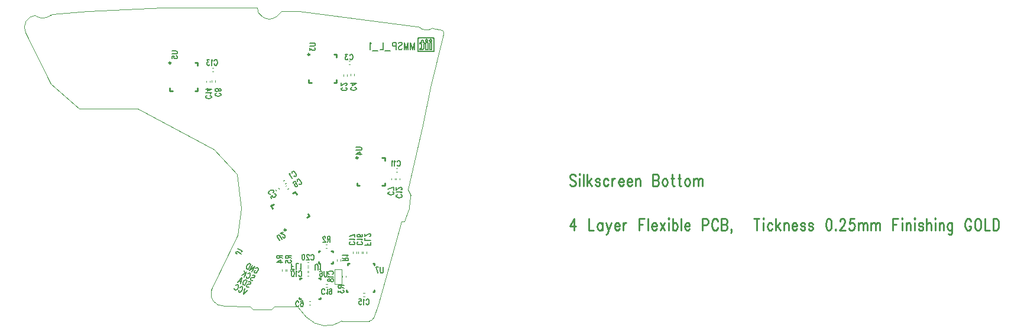
<source format=gbr>
*
*
G04 PADS 9.4.1 Build Number: 494907 generated Gerber (RS-274-X) file*
G04 PC Version=2.1*
*
%IN "MMSP_L_1.pcb"*%
*
%MOIN*%
*
%FSLAX35Y35*%
*
*
*
*
G04 PC Standard Apertures*
*
*
G04 Thermal Relief Aperture macro.*
%AMTER*
1,1,$1,0,0*
1,0,$1-$2,0,0*
21,0,$3,$4,0,0,45*
21,0,$3,$4,0,0,135*
%
*
*
G04 Annular Aperture macro.*
%AMANN*
1,1,$1,0,0*
1,0,$2,0,0*
%
*
*
G04 Odd Aperture macro.*
%AMODD*
1,1,$1,0,0*
1,0,$1-0.005,0,0*
%
*
*
G04 PC Custom Aperture Macros*
*
*
*
*
*
*
G04 PC Aperture Table*
*
%ADD010C,0.001*%
%ADD011C,0.00394*%
%ADD012C,0.00591*%
%ADD016C,0.01*%
%ADD017C,0.004*%
%ADD018C,0.00787*%
*
*
*
*
G04 PC Circuitry*
G04 Layer Name MMSP_L_1.pcb - circuitry*
%LPD*%
*
*
G04 PC Custom Flashes*
G04 Layer Name MMSP_L_1.pcb - flashes*
%LPD*%
*
*
G04 PC Circuitry*
G04 Layer Name MMSP_L_1.pcb - circuitry*
%LPD*%
*
G54D10*
G01X1084338Y879416D02*
G75*
G03X1091450Y870727I6795J-1694D01*
G01X1084337Y879411D02*
X1084469Y879661D01*
X1084449Y879640*
X1099338Y910590*
X1101338Y925590*
X1099000Y945000*
X1086000Y959000*
X1043000Y982000*
X1010098*
X994098Y996000*
X979772Y1024917*
X985282Y1034748D02*
G03X979774Y1024913I607J-6800D01*
G01X985288Y1034748D02*
X985335Y1034744D01*
X986024Y1034055*
X986021Y1034056D02*
G03X994094Y1034883I3373J6886D01*
G01X994091Y1034881D02*
X994565Y1035356D01*
X1015000Y1037000*
X1057000Y1039000*
X1110433*
G03X1113187Y1034052I5045J-433*
G01X1113191Y1034049D02*
G03X1121065I3937J4610D01*
G01X1121067Y1034051D02*
X1124016Y1037000D01*
X1134000*
X1200197Y1028298*
X1201353*
G03X1209173Y1027455I4431J4416*
G01X1209174D02*
X1209247Y1027530D01*
X1214758Y1026365*
X1215407Y1024033D02*
G03X1214757Y1026366I-2399J589D01*
G01X1215407Y1024032D02*
X1208068Y994095D01*
X1203663Y972687*
X1195353Y936537*
X1196877Y932972*
X1193429Y918301D02*
G03X1196877Y932946I-27976J14316D01*
G01X1193432Y918307D02*
X1191535D01*
X1188000Y905000*
X1178563Y871588*
X1175919Y863986*
X1173588Y862205D02*
G03X1175920Y863988I-330J2848D01*
G01X1173585Y862205D02*
X1158055D01*
X1138351Y864223D02*
G03X1158054Y862204I11040J10587D01*
G01X1138356Y864218D02*
X1132826Y870374D01*
X1120079*
X1118356Y868651*
X1108071*
X1106275Y870448*
X1091453Y870727*
G54D11*
X1124984Y941364D02*
X1125700Y941778D01*
X1125969Y939659D02*
X1126685Y940073D01*
X1138583Y889606D02*
X1139409D01*
X1138583Y887638D02*
X1139409D01*
X1188620Y948446D02*
X1189447D01*
X1188620Y946478D02*
X1189447D01*
X1190627Y942739D02*
Y941912D01*
X1188658Y942739D02*
Y941912D01*
X1084843Y1005157D02*
X1085669D01*
X1084843Y1003189D02*
X1085669D01*
X1083690Y997851D02*
Y997024D01*
X1081721Y997851D02*
Y997024D01*
X1170021Y878136D02*
X1170848D01*
X1170021Y876168D02*
X1170848D01*
X1169234Y901293D02*
Y900466D01*
X1167265Y901293D02*
Y900466D01*
X1166349Y901232D02*
Y900405D01*
X1164380Y901232D02*
Y900405D01*
X1161063Y1001378D02*
Y1000551D01*
X1159094Y1001378D02*
Y1000551D01*
X1161811Y1008898D02*
X1162638D01*
X1161811Y1006929D02*
X1162638D01*
X1164803Y1001575D02*
Y1000748D01*
X1162835Y1001575D02*
Y1000748D01*
X1121023Y935675D02*
X1120609Y936391D01*
X1122727Y936660D02*
X1122314Y937376D01*
X1126313Y938485D02*
X1127029Y938898D01*
X1127297Y936780D02*
X1128013Y937194D01*
X1187811Y942746D02*
Y941919D01*
X1185843Y942746D02*
Y941919D01*
X1086664Y997959D02*
Y997132D01*
X1084696Y997959D02*
Y997132D01*
X1140363Y871547D02*
X1139537D01*
X1140363Y873515D02*
X1139537D01*
X1139370Y890321D02*
X1138543D01*
X1139370Y892290D02*
X1138543D01*
X1171996Y901293D02*
Y900466D01*
X1170027Y901293D02*
Y900466D01*
X1157417Y897027D02*
Y896200D01*
X1155449Y897027D02*
Y896200D01*
X1149768Y903472D02*
X1148942D01*
X1149768Y905441D02*
X1148942D01*
X1158404Y886908D02*
Y887735D01*
X1160373Y886908D02*
Y887735D01*
X1124190Y890471D02*
Y891298D01*
X1126159Y890471D02*
Y891298D01*
X1126896Y890450D02*
Y891276D01*
X1128864Y890450D02*
Y891276D01*
X1149803Y881260D02*
X1148976D01*
X1149803Y883228D02*
X1148976D01*
X1138583Y895315D02*
X1139409D01*
X1138583Y893346D02*
X1139409D01*
G54D12*
X1201378Y1022047D02*
Y1022038D01*
X1201341Y1022039*
Y1022030*
X1201300*
Y1022022*
X1201266*
Y1022013*
X1201241*
Y1022005*
X1201224*
Y1021997*
X1201199*
Y1021988*
X1201183*
Y1021980*
X1201166*
Y1021972*
X1201149*
Y1021963*
X1201141*
Y1021955*
X1201124*
Y1021947*
X1201107*
Y1021938*
X1201099*
Y1021930*
X1201091*
Y1021922*
X1201074*
Y1021913*
X1201066*
Y1021905*
X1201057*
Y1021896*
X1201049*
Y1021888*
X1201040*
Y1021880*
X1201032*
Y1021871*
X1201024*
Y1021863*
X1201015*
Y1021855*
X1201007*
Y1021846*
X1200999*
Y1021838*
X1200990*
Y1021821*
X1200982*
Y1021813*
X1200974*
Y1021796*
X1200965*
Y1021788*
X1200957*
Y1021771*
X1200948*
Y1021754*
X1200940*
Y1021738*
X1200932*
Y1021721*
X1200923*
Y1021696*
X1200915*
Y1021671*
X1200907*
Y1021637*
X1200898*
Y1014848*
X1200907*
Y1014814*
X1200915*
Y1014789*
X1200923*
Y1014764*
X1200932*
Y1014747*
X1200940*
Y1014731*
X1200948*
Y1014714*
X1200957*
Y1014697*
X1200965*
Y1014689*
X1200974*
Y1014672*
X1200982*
Y1014664*
X1200990*
Y1014647*
X1200999*
Y1014639*
X1201007*
Y1014630*
X1201015*
Y1014622*
X1201024*
Y1014613*
X1201032*
Y1014605*
X1201040*
Y1014597*
X1201049*
Y1014588*
X1201057*
Y1014580*
X1201066*
Y1014572*
X1201074*
Y1014563*
X1201091*
Y1014555*
X1201099*
Y1014547*
X1201107*
Y1014538*
X1201124*
Y1014530*
X1201141*
Y1014521*
X1201149*
Y1014513*
X1201166*
Y1014505*
X1201183*
Y1014496*
X1201199*
Y1014488*
X1201224*
Y1014480*
X1201241*
Y1014471*
X1201275*
Y1014463*
X1201350*
Y1014455*
X1209987*
Y1021629*
X1209979*
Y1021671*
X1209971*
Y1021696*
X1209962*
Y1021721*
X1209954*
Y1021738*
X1209946*
Y1021754*
X1209937*
Y1021771*
X1209929*
Y1021788*
X1209920*
Y1021796*
X1209912*
Y1021813*
X1209904*
Y1021821*
X1209895*
Y1021830*
X1209887*
Y1021846*
X1209879*
Y1021855*
X1209870*
Y1021863*
X1209862*
Y1021871*
X1209854*
Y1021880*
X1209845*
Y1021888*
X1209837*
Y1021896*
X1209828*
Y1021905*
X1209820*
Y1021913*
X1209812*
Y1021922*
X1209795*
Y1021930*
X1209787*
Y1021938*
X1209770*
Y1021947*
X1209762*
Y1021955*
X1209745*
Y1021963*
X1209737*
Y1021972*
X1209720*
Y1021980*
X1209703*
Y1021988*
X1209686*
Y1021997*
X1209661*
Y1022005*
X1209645*
Y1022013*
X1209611*
Y1022022*
X1209586*
Y1022030*
X1209544*
Y1022039*
X1209508*
Y1022047*
X1201378*
X1201381Y1021930D02*
X1209517D01*
Y1021922*
X1209559*
Y1021913*
X1209592*
Y1021905*
X1209617*
Y1021896*
X1209634*
Y1021888*
X1209659*
Y1021880*
X1209667*
Y1021871*
X1209684*
Y1021863*
X1209701*
Y1021855*
X1209709*
Y1021846*
X1209726*
Y1021838*
X1209734*
Y1021830*
X1209743*
Y1021821*
X1209759*
Y1021813*
X1209768*
Y1021804*
X1209776*
Y1021796*
X1209784*
Y1021788*
X1209793*
Y1021779*
X1209801*
Y1021763*
X1209810*
Y1021754*
X1209818*
Y1021746*
X1209826*
Y1021729*
X1209835*
Y1021721*
X1209843*
Y1021704*
X1209851*
Y1021687*
X1209860*
Y1021662*
X1209868*
Y1021637*
X1209876*
Y1021604*
X1209885*
Y1014555*
X1201381*
Y1014563*
X1201339*
Y1014572*
X1201306*
Y1014580*
X1201281*
Y1014588*
X1201264*
Y1014597*
X1201239*
Y1014605*
X1201222*
Y1014613*
X1201214*
Y1014622*
X1201197*
Y1014630*
X1201180*
Y1014639*
X1201172*
Y1014647*
X1201164*
Y1014655*
X1201147*
Y1014664*
X1201139*
Y1014672*
X1201130*
Y1014680*
X1201122*
Y1014689*
X1201113*
Y1014697*
X1201105*
Y1014705*
X1201097*
Y1014722*
X1201088*
Y1014731*
X1201080*
Y1014739*
X1201072*
Y1014756*
X1201063*
Y1014764*
X1201055*
Y1014781*
X1201047*
Y1014797*
X1201038*
Y1014823*
X1201030*
Y1014848*
X1201021*
Y1014881*
X1201013*
Y1021604*
X1201021*
Y1021637*
X1201030*
Y1021662*
X1201038*
Y1021687*
X1201047*
Y1021704*
X1201055*
Y1021721*
X1201063*
Y1021729*
X1201072*
Y1021746*
X1201080*
Y1021754*
X1201088*
Y1021763*
X1201097*
Y1021779*
X1201105*
Y1021788*
X1201113*
Y1021796*
X1201122*
Y1021804*
X1201130*
Y1021813*
X1201139*
Y1021821*
X1201147*
Y1021830*
X1201164*
Y1021838*
X1201172*
Y1021846*
X1201180*
Y1021855*
X1201197*
Y1021863*
X1201214*
Y1021871*
X1201222*
Y1021880*
X1201239*
Y1021888*
X1201264*
Y1021896*
X1201281*
Y1021905*
X1201306*
Y1021913*
X1201339*
Y1021922*
X1201381*
Y1021930*
X1207501Y1019533D02*
Y1015386D01*
X1208655*
Y1019533*
X1207501*
X1205319D02*
Y1015386D01*
X1206472*
Y1019533*
X1205319*
X1207937Y1021248D02*
Y1021240D01*
X1207887*
Y1021231*
X1207853*
Y1021223*
X1207828*
Y1021215*
X1207812*
Y1021206*
X1207786*
X1207786D02*
Y1021198D01*
X1207786D02*
X1207770D01*
Y1021189*
X1207770D02*
X1207753D01*
X1207753D02*
Y1021181D01*
X1207736*
Y1021173*
X1207728*
Y1021164*
X1207711*
Y1021156*
X1207695*
Y1021148*
X1207686*
Y1021139*
X1207678*
Y1021131*
X1207661*
Y1021123*
X1207653*
Y1021114*
X1207644*
Y1021106*
X1207636*
Y1021098*
X1207628*
Y1021089*
X1207619*
Y1021081*
X1207611*
Y1021072*
X1207603*
Y1021064*
X1207594*
Y1021056*
X1207586*
Y1021047*
X1207577*
Y1021039*
X1207569*
Y1021031*
X1207561*
Y1021022*
X1207552*
Y1021006*
X1207544*
Y1020997*
X1207536*
Y1020980*
X1207527*
Y1020972*
X1207519*
Y1020955*
X1207511*
Y1020947*
X1207502*
Y1020930*
X1207494*
Y1020914*
X1207485*
Y1020897*
X1207477*
Y1020872*
X1207469*
Y1020855*
X1207460*
Y1020830*
X1207452*
Y1020797*
X1207444*
Y1020755*
X1207435*
Y1020529*
X1207444*
Y1020487*
X1207452*
Y1020454*
X1207460*
Y1020429*
X1207469*
Y1020404*
X1207477*
Y1020387*
X1207485*
Y1020370*
X1207494*
Y1020353*
X1207502*
Y1020337*
X1207511*
Y1020320*
X1207519*
Y1020303*
X1207527*
Y1020295*
X1207536*
Y1020286*
X1207544*
Y1020270*
X1207552*
Y1020261*
X1207561*
Y1020253*
X1207569*
Y1020236*
X1207577*
Y1020228*
X1207586*
Y1020220*
X1207594*
Y1020211*
X1207603*
Y1020203*
X1207611*
Y1020194*
X1207619*
Y1020186*
X1207628*
Y1020178*
X1207636*
Y1020169*
X1207644*
Y1020161*
X1207661*
Y1020153*
X1207669*
Y1020144*
X1207678*
Y1020136*
X1207695*
Y1020128*
X1207703*
Y1020119*
X1207720*
Y1020111*
X1207728*
Y1020102*
X1207745*
Y1020094*
X1207761*
Y1020086*
X1207778*
Y1020077*
X1207795*
Y1020069*
X1207820*
Y1020061*
X1207837*
Y1020052*
X1207870*
Y1020044*
X1207904*
Y1020036*
X1207954*
Y1020027*
X1208113*
Y1020036*
X1208171*
Y1020044*
X1208205*
Y1020052*
X1208230*
Y1020061*
X1208255*
Y1020069*
X1208271*
Y1020077*
X1208297*
Y1020086*
X1208313*
Y1020094*
X1208322*
Y1020102*
X1208338*
Y1020111*
X1208355*
Y1020119*
X1208363*
Y1020128*
X1208380*
Y1020136*
X1208389*
Y1020144*
X1208405*
Y1020153*
X1208414*
Y1020161*
X1208422*
Y1020169*
X1208430*
Y1020178*
X1208439*
Y1020186*
X1208447*
Y1020194*
X1208455*
Y1020203*
X1208464*
Y1020211*
X1208472*
Y1020220*
X1208481*
Y1020228*
X1208489*
Y1020236*
X1208497*
Y1020245*
X1208506*
Y1020253*
X1208514*
Y1020261*
X1208522*
Y1020278*
X1208531*
Y1020286*
X1208539*
Y1020303*
X1208547*
Y1020312*
X1208556*
Y1020328*
X1208564*
Y1020337*
X1208572*
Y1020353*
X1208581*
Y1020370*
X1208589*
Y1020395*
X1208598*
Y1020412*
X1208606*
Y1020437*
X1208614*
Y1020462*
X1208623*
Y1020495*
X1208631*
Y1020546*
X1208639*
Y1020738*
X1208631*
Y1020788*
X1208623*
Y1020822*
X1208614*
Y1020847*
X1208606*
Y1020872*
X1208598*
Y1020888*
X1208589*
Y1020905*
X1208581*
Y1020922*
X1208572*
Y1020939*
X1208564*
Y1020955*
X1208556*
Y1020964*
X1208547*
Y1020980*
X1208539*
Y1020989*
X1208531*
Y1021006*
X1208522*
Y1021014*
X1208514*
Y1021022*
X1208506*
Y1021039*
X1208497*
Y1021047*
X1208489*
Y1021056*
X1208481*
Y1021064*
X1208472*
Y1021072*
X1208464*
Y1021081*
X1208455*
Y1021089*
X1208447*
Y1021098*
X1208439*
Y1021106*
X1208430*
Y1021114*
X1208414*
Y1021123*
X1208405*
Y1021131*
X1208397*
Y1021139*
X1208380*
Y1021148*
X1208372*
Y1021156*
X1208355*
Y1021164*
X1208347*
Y1021173*
X1208330*
Y1021181*
X1208313*
Y1021189*
X1208313D02*
X1208297D01*
X1208297D02*
Y1021198D01*
X1208280*
Y1021206*
X1208263*
Y1021215*
X1208238*
Y1021223*
X1208213*
Y1021231*
X1208179*
Y1021240*
X1208138*
Y1021248*
X1207937*
X1205732D02*
Y1021240D01*
X1205690*
Y1021231*
X1205657*
Y1021223*
X1205632*
Y1021215*
X1205615*
Y1021206*
X1205590*
Y1021198*
X1205573*
Y1021189*
X1205573D02*
X1205557D01*
X1205557D02*
Y1021181D01*
X1205540*
Y1021173*
X1205523*
Y1021164*
X1205515*
Y1021156*
X1205498*
Y1021148*
X1205490*
Y1021139*
X1205481*
Y1021131*
X1205465*
Y1021123*
X1205456*
Y1021114*
X1205448*
Y1021106*
X1205440*
Y1021098*
X1205431*
Y1021089*
X1205423*
Y1021081*
X1205415*
Y1021072*
X1205406*
Y1021064*
X1205398*
Y1021056*
X1205389*
Y1021047*
X1205381*
Y1021039*
X1205373*
Y1021031*
X1205364*
Y1021022*
X1205356*
Y1021006*
X1205348*
Y1020997*
X1205339*
Y1020989*
X1205331*
Y1020972*
X1205323*
Y1020964*
X1205314*
Y1020947*
X1205306*
Y1020930*
X1205297*
Y1020914*
X1205289*
Y1020897*
X1205281*
Y1020880*
X1205272*
Y1020855*
X1205264*
Y1020830*
X1205256*
Y1020797*
X1205247*
Y1020755*
X1205239*
Y1020679*
X1205231*
Y1020604*
X1205239*
Y1020521*
X1205247*
Y1020479*
X1205256*
Y1020454*
X1205264*
Y1020429*
X1205272*
Y1020404*
X1205281*
Y1020387*
X1205289*
Y1020362*
X1205297*
Y1020345*
X1205306*
Y1020337*
X1205314*
Y1020320*
X1205323*
Y1020303*
X1205331*
Y1020295*
X1205339*
Y1020278*
X1205348*
Y1020270*
X1205356*
Y1020261*
X1205364*
Y1020245*
X1205373*
Y1020236*
X1205381*
Y1020228*
X1205389*
Y1020220*
X1205398*
Y1020211*
X1205406*
Y1020203*
X1205415*
Y1020194*
X1205423*
Y1020186*
X1205431*
Y1020178*
X1205440*
Y1020169*
X1205448*
Y1020161*
X1205465*
Y1020153*
X1205473*
Y1020144*
X1205481*
Y1020136*
X1205490*
Y1020128*
X1205507*
Y1020119*
X1205515*
Y1020111*
X1205532*
Y1020102*
X1205548*
Y1020094*
X1205565*
Y1020086*
X1205582*
Y1020077*
X1205598*
X1205598D02*
Y1020069D01*
X1205598D02*
X1205615D01*
Y1020061*
X1205640*
Y1020052*
X1205674*
Y1020044*
X1205707*
Y1020036*
X1205757*
Y1020027*
X1205916*
Y1020036*
X1205966*
Y1020044*
X1206008*
Y1020052*
X1206033*
Y1020061*
X1206058*
Y1020069*
X1206075*
Y1020077*
X1206092*
Y1020086*
X1206109*
Y1020094*
X1206125*
Y1020102*
X1206142*
Y1020111*
X1206159*
Y1020119*
X1206167*
Y1020128*
X1206184*
Y1020136*
X1206192*
Y1020144*
X1206201*
Y1020153*
X1206217*
Y1020161*
X1206226*
Y1020169*
X1206234*
Y1020178*
X1206242*
Y1020186*
X1206251*
Y1020194*
X1206259*
Y1020203*
X1206267*
Y1020211*
X1206276*
Y1020220*
X1206284*
Y1020228*
X1206293*
Y1020236*
X1206301*
Y1020245*
X1206309*
Y1020253*
X1206318*
Y1020270*
X1206326*
Y1020278*
X1206334*
Y1020286*
X1206343*
Y1020303*
X1206351*
Y1020312*
X1206359*
Y1020328*
X1206368*
Y1020345*
X1206376*
Y1020362*
X1206384*
Y1020378*
X1206393*
Y1020395*
X1206401*
Y1020412*
X1206410*
Y1020437*
X1206418*
Y1020470*
X1206426*
Y1020504*
X1206435*
Y1020554*
X1206443*
Y1020730*
X1206435*
Y1020780*
X1206426*
Y1020813*
X1206418*
Y1020838*
X1206410*
Y1020863*
X1206401*
Y1020888*
X1206393*
Y1020905*
X1206384*
Y1020922*
X1206376*
Y1020939*
X1206368*
Y1020955*
X1206359*
Y1020964*
X1206351*
Y1020980*
X1206343*
Y1020989*
X1206334*
Y1021006*
X1206326*
Y1021014*
X1206318*
Y1021022*
X1206309*
Y1021031*
X1206301*
Y1021039*
X1206293*
Y1021056*
X1206284*
Y1021064*
X1206276*
Y1021072*
X1206267*
Y1021081*
X1206259*
Y1021089*
X1206251*
Y1021098*
X1206242*
Y1021106*
X1206226*
Y1021114*
X1206217*
Y1021123*
X1206209*
Y1021131*
X1206201*
Y1021139*
X1206184*
Y1021148*
X1206175*
Y1021156*
X1206159*
Y1021164*
X1206150*
Y1021173*
X1206134*
Y1021181*
X1206117*
Y1021189*
X1206117D02*
X1206100D01*
X1206100D02*
Y1021198D01*
X1206083*
Y1021206*
X1206067*
Y1021215*
X1206042*
Y1021223*
X1206017*
Y1021231*
X1205983*
Y1021240*
X1205941*
Y1021248*
X1205732*
X1203036Y1020773D02*
Y1019402D01*
X1201949*
Y1018758*
X1203036*
Y1016551*
X1203028*
Y1016459*
X1203020*
Y1016400*
X1203011*
Y1016367*
X1203003*
Y1016333*
X1202995*
Y1016300*
X1202986*
Y1016275*
X1202978*
Y1016258*
X1202969*
Y1016241*
X1202961*
Y1016225*
X1202953*
Y1016208*
X1202944*
Y1016191*
X1202936*
Y1016183*
X1202928*
Y1016166*
X1202919*
Y1016158*
X1202911*
Y1016150*
X1202911D02*
X1202903D01*
X1202903D02*
Y1016141D01*
X1202894*
Y1016133*
X1202886*
Y1016124*
X1202877*
Y1016116*
X1202869*
Y1016108*
X1202852*
Y1016099*
X1202844*
Y1016091*
X1202827*
Y1016083*
X1202811*
Y1016074*
X1202794*
Y1016066*
X1202777*
Y1016058*
X1202752*
Y1016049*
X1202719*
Y1016041*
X1202685*
Y1016032*
X1202627*
Y1016024*
X1202376*
Y1016032*
X1202301*
Y1016041*
X1202242*
Y1016049*
X1202200*
Y1016058*
X1202158*
Y1016066*
X1202117*
Y1016074*
X1202083*
Y1016083*
X1202050*
Y1016091*
X1202025*
Y1016099*
X1201991*
Y1016108*
X1201983*
Y1015447*
X1201999*
Y1015439*
X1202016*
Y1015430*
X1202041*
Y1015422*
X1202066*
Y1015414*
X1202091*
Y1015405*
X1202117*
Y1015397*
X1202150*
Y1015389*
X1202183*
Y1015380*
X1202217*
Y1015372*
X1202259*
Y1015364*
X1202301*
Y1015355*
X1202342*
Y1015347*
X1202392*
Y1015338*
X1202459*
Y1015330*
X1202526*
Y1015322*
X1202610*
Y1015313*
X1202727*
Y1015305*
X1203112*
Y1015313*
X1203187*
Y1015322*
X1203237*
Y1015330*
X1203279*
Y1015338*
X1203312*
Y1015347*
X1203346*
Y1015355*
X1203371*
Y1015364*
X1203396*
Y1015372*
X1203421*
Y1015380*
X1203446*
Y1015389*
X1203463*
Y1015397*
X1203488*
Y1015405*
X1203505*
Y1015414*
X1203521*
Y1015422*
X1203538*
Y1015430*
X1203555*
Y1015439*
X1203571*
Y1015447*
X1203588*
Y1015455*
X1203605*
Y1015464*
X1203613*
Y1015472*
X1203630*
Y1015481*
X1203638*
Y1015489*
X1203655*
Y1015497*
X1203663*
Y1015506*
X1203680*
Y1015514*
X1203689*
Y1015522*
X1203705*
Y1015531*
X1203714*
Y1015539*
X1203722*
Y1015547*
X1203730*
Y1015556*
X1203747*
Y1015564*
X1203755*
Y1015573*
X1203764*
Y1015581*
X1203772*
Y1015589*
X1203781*
Y1015598*
X1203789*
Y1015606*
X1203797*
Y1015614*
X1203806*
Y1015623*
X1203814*
Y1015631*
X1203822*
Y1015639*
X1203831*
Y1015648*
X1203839*
Y1015656*
X1203847*
Y1015665*
X1203856*
Y1015673*
X1203864*
Y1015681*
X1203872*
Y1015690*
X1203881*
Y1015698*
X1203889*
Y1015715*
X1203898*
Y1015723*
X1203906*
Y1015731*
X1203914*
Y1015748*
X1203923*
Y1015757*
X1203931*
Y1015765*
X1203939*
Y1015782*
X1203948*
Y1015790*
X1203956*
Y1015807*
X1203964*
Y1015815*
X1203973*
Y1015832*
X1203981*
Y1015848*
X1203990*
Y1015857*
X1203998*
Y1015874*
X1204006*
Y1015890*
X1204015*
Y1015907*
X1204023*
Y1015924*
X1204031*
Y1015940*
X1204040*
Y1015957*
X1204048*
Y1015982*
X1204056*
Y1015999*
X1204065*
Y1016016*
X1204073*
Y1016041*
X1204082*
Y1016066*
X1204090*
Y1016091*
X1204098*
Y1016116*
X1204107*
Y1016141*
X1204115*
Y1016175*
X1204123*
Y1016208*
X1204132*
Y1016241*
X1204140*
Y1016283*
X1204148*
Y1016325*
X1204157*
Y1016375*
X1204165*
Y1016442*
X1204174*
Y1016534*
X1204182*
Y1018767*
X1204675*
Y1019390*
X1204140Y1019394*
Y1019411*
X1204132*
Y1019444*
X1204123*
Y1019477*
X1204115*
Y1019503*
X1204107*
Y1019536*
X1204098*
Y1019561*
X1204090*
Y1019594*
X1204082*
Y1019628*
X1204073*
Y1019653*
X1204065*
Y1019686*
X1204056*
Y1019712*
X1204048*
Y1019745*
X1204040*
Y1019778*
X1204031*
Y1019804*
X1204023*
Y1019837*
X1204015*
Y1019862*
X1204006*
Y1019896*
X1203998*
Y1019929*
X1203990*
Y1019954*
X1203981*
Y1019987*
X1203973*
Y1020013*
X1203964*
Y1020046*
X1203956*
Y1020079*
X1203948*
Y1020105*
X1203939*
Y1020138*
X1203931*
Y1020163*
X1203923*
Y1020197*
X1203914*
Y1020230*
X1203906*
Y1020255*
X1203898*
Y1020289*
X1203889*
Y1020314*
X1203881*
Y1020347*
X1203872*
Y1020380*
X1203864*
Y1020406*
X1203856*
Y1020439*
X1203847*
Y1020464*
X1203839*
Y1020498*
X1203831*
Y1020531*
X1203822*
Y1020556*
X1203814*
Y1020590*
X1203806*
Y1020623*
X1203797*
Y1020648*
X1203789*
Y1020681*
X1203789D02*
X1203781D01*
X1203781D02*
Y1020707D01*
X1203772*
Y1020740*
X1203764*
Y1020773*
X1203036*
G54D16*
X1145039Y886455D02*
X1145826D01*
Y885668*
Y875432D02*
Y874644D01*
X1145039*
X1134802D02*
X1134015D01*
Y875432*
X1134409Y885668D02*
Y886455D01*
X1135196*
X1175622Y894614D02*
X1176409D01*
Y893827*
Y879654D02*
Y878866D01*
X1175622*
X1161449D02*
X1160661D01*
Y879654*
X1161449Y893827D02*
Y894614D01*
X1162236*
X1126589Y913625D02*
G03X1126589I-573J0D01*
G01X1138290Y920711D02*
X1139654Y921499D01*
X1138867Y922863*
X1130416Y934350D02*
X1131780Y935137D01*
X1132568Y933773*
X1119506Y928050D02*
X1118115Y927247D01*
X1118918Y925856*
X1139927Y1012589D02*
G03X1139927I-573J0D01*
G01X1139354Y998416D02*
Y996841D01*
X1140929*
X1155102Y998416D02*
Y996841D01*
X1153527*
X1155102Y1011015D02*
Y1012621D01*
X1153496*
X1167109Y954331D02*
G03X1167109I-574J0D01*
G01X1166535Y940157D02*
Y938583D01*
X1168110*
X1182283Y940157D02*
Y938583D01*
X1180709*
X1182283Y952756D02*
Y954362D01*
X1180677*
X1061597Y1007874D02*
G03X1061597I-573J0D01*
G01X1061024Y993701D02*
Y992126D01*
X1062598*
X1076772Y993701D02*
Y992126D01*
X1075197*
X1076772Y1006299D02*
Y1007906D01*
X1075165*
X1144985Y901090D02*
Y901877D01*
X1145773*
X1152072D02*
X1152859D01*
Y901090*
Y895578D02*
Y894791D01*
X1152072*
X1145773D02*
X1144985D01*
Y895578*
X1289796Y944011D02*
X1289341Y944636D01*
X1288660Y944948*
X1287751*
X1287069Y944636*
X1286614Y944011*
Y943386*
X1286841Y942761*
X1287069Y942448*
X1287523Y942136*
X1288887Y941511*
X1289341Y941198*
X1289569Y940886*
X1289796Y940261*
Y939323*
X1289341Y938698*
X1288660Y938386*
X1287751*
X1287069Y938698*
X1286614Y939323*
X1291841Y944948D02*
X1292069Y944636D01*
X1292296Y944948*
X1292069Y945261*
X1291841Y944948*
X1292069Y942761D02*
Y938386D01*
X1294341Y944948D02*
Y938386D01*
X1296387Y944948D02*
Y938386D01*
X1298660Y942761D02*
X1296387Y939636D01*
X1297296Y940886D02*
X1298887Y938386D01*
X1303432Y941823D02*
X1303205Y942448D01*
X1302523Y942761*
X1301841*
X1301160Y942448*
X1300932Y941823*
X1301160Y941198*
X1301614Y940886*
X1302751Y940573*
X1303205Y940261*
X1303432Y939636*
Y939323*
X1303205Y938698*
X1302523Y938386*
X1301841*
X1301160Y938698*
X1300932Y939323*
X1308205Y941823D02*
X1307751Y942448D01*
X1307296Y942761*
X1306614*
X1306160Y942448*
X1305705Y941823*
X1305478Y940886*
Y940261*
X1305705Y939323*
X1306160Y938698*
X1306614Y938386*
X1307296*
X1307751Y938698*
X1308205Y939323*
X1310251Y942761D02*
Y938386D01*
Y940886D02*
X1310478Y941823D01*
X1310932Y942448*
X1311387Y942761*
X1312069*
X1314114Y940886D02*
X1316841D01*
Y941511*
X1316614Y942136*
X1316387Y942448*
X1315932Y942761*
X1315251*
X1314796Y942448*
X1314341Y941823*
X1314114Y940886*
Y940261*
X1314341Y939323*
X1314796Y938698*
X1315251Y938386*
X1315932*
X1316387Y938698*
X1316841Y939323*
X1318887Y940886D02*
X1321614D01*
Y941511*
X1321387Y942136*
X1321160Y942448*
X1320705Y942761*
X1320023*
X1319569Y942448*
X1319114Y941823*
X1318887Y940886*
Y940261*
X1319114Y939323*
X1319569Y938698*
X1320023Y938386*
X1320705*
X1321160Y938698*
X1321614Y939323*
X1323660Y942761D02*
Y938386D01*
Y941511D02*
X1324341Y942448D01*
X1324796Y942761*
X1325478*
X1325932Y942448*
X1326160Y941511*
Y938386*
X1333432Y944948D02*
Y938386D01*
Y944948D02*
X1335478D01*
X1336160Y944636*
X1336387Y944323*
X1336614Y943698*
Y943073*
X1336387Y942448*
X1336160Y942136*
X1335478Y941823*
X1333432D02*
X1335478D01*
X1336160Y941511*
X1336387Y941198*
X1336614Y940573*
Y939636*
X1336387Y939011*
X1336160Y938698*
X1335478Y938386*
X1333432*
X1339796Y942761D02*
X1339341Y942448D01*
X1338887Y941823*
X1338660Y940886*
Y940261*
X1338887Y939323*
X1339341Y938698*
X1339796Y938386*
X1340478*
X1340932Y938698*
X1341387Y939323*
X1341614Y940261*
Y940886*
X1341387Y941823*
X1340932Y942448*
X1340478Y942761*
X1339796*
X1344341Y944948D02*
Y939636D01*
X1344569Y938698*
X1345023Y938386*
X1345478*
X1343660Y942761D02*
X1345251D01*
X1348205Y944948D02*
Y939636D01*
X1348432Y938698*
X1348887Y938386*
X1349341*
X1347523Y942761D02*
X1349114D01*
X1352523D02*
X1352069Y942448D01*
X1351614Y941823*
X1351387Y940886*
Y940261*
X1351614Y939323*
X1352069Y938698*
X1352523Y938386*
X1353205*
X1353660Y938698*
X1354114Y939323*
X1354341Y940261*
Y940886*
X1354114Y941823*
X1353660Y942448*
X1353205Y942761*
X1352523*
X1356387D02*
Y938386D01*
Y941511D02*
X1357069Y942448D01*
X1357523Y942761*
X1358205*
X1358660Y942448*
X1358887Y941511*
Y938386*
Y941511D02*
X1359569Y942448D01*
X1360023Y942761*
X1360705*
X1361160Y942448*
X1361387Y941511*
Y938386*
X1288887Y919948D02*
X1286614Y915573D01*
X1290023*
X1288887Y919948D02*
Y913386D01*
X1297296Y919948D02*
Y913386D01*
X1300023*
X1304796Y917761D02*
Y913386D01*
Y916823D02*
X1304341Y917448D01*
X1303887Y917761*
X1303205*
X1302751Y917448*
X1302296Y916823*
X1302069Y915886*
Y915261*
X1302296Y914323*
X1302751Y913698*
X1303205Y913386*
X1303887*
X1304341Y913698*
X1304796Y914323*
X1307069Y917761D02*
X1308432Y913386D01*
X1309796Y917761D02*
X1308432Y913386D01*
X1307978Y912136*
X1307523Y911511*
X1307069Y911198*
X1306841*
X1311841Y915886D02*
X1314569D01*
Y916511*
X1314341Y917136*
X1314114Y917448*
X1313660Y917761*
X1312978*
X1312523Y917448*
X1312069Y916823*
X1311841Y915886*
Y915261*
X1312069Y914323*
X1312523Y913698*
X1312978Y913386*
X1313660*
X1314114Y913698*
X1314569Y914323*
X1316614Y917761D02*
Y913386D01*
Y915886D02*
X1316841Y916823D01*
X1317296Y917448*
X1317751Y917761*
X1318432*
X1325705Y919948D02*
Y913386D01*
Y919948D02*
X1328660D01*
X1325705Y916823D02*
X1327523D01*
X1330705Y919948D02*
Y913386D01*
X1332751Y915886D02*
X1335478D01*
Y916511*
X1335251Y917136*
X1335023Y917448*
X1334569Y917761*
X1333887*
X1333432Y917448*
X1332978Y916823*
X1332751Y915886*
Y915261*
X1332978Y914323*
X1333432Y913698*
X1333887Y913386*
X1334569*
X1335023Y913698*
X1335478Y914323*
X1337523Y917761D02*
X1340023Y913386D01*
Y917761D02*
X1337523Y913386D01*
X1342069Y919948D02*
X1342296Y919636D01*
X1342523Y919948*
X1342296Y920261*
X1342069Y919948*
X1342296Y917761D02*
Y913386D01*
X1344569Y919948D02*
Y913386D01*
Y916823D02*
X1345023Y917448D01*
X1345478Y917761*
X1346160*
X1346614Y917448*
X1347069Y916823*
X1347296Y915886*
Y915261*
X1347069Y914323*
X1346614Y913698*
X1346160Y913386*
X1345478*
X1345023Y913698*
X1344569Y914323*
X1349341Y919948D02*
Y913386D01*
X1351387Y915886D02*
X1354114D01*
Y916511*
X1353887Y917136*
X1353660Y917448*
X1353205Y917761*
X1352523*
X1352069Y917448*
X1351614Y916823*
X1351387Y915886*
Y915261*
X1351614Y914323*
X1352069Y913698*
X1352523Y913386*
X1353205*
X1353660Y913698*
X1354114Y914323*
X1361387Y919948D02*
Y913386D01*
Y919948D02*
X1363432D01*
X1364114Y919636*
X1364341Y919323*
X1364569Y918698*
Y917761*
X1364341Y917136*
X1364114Y916823*
X1363432Y916511*
X1361387*
X1370023Y918386D02*
X1369796Y919011D01*
X1369341Y919636*
X1368887Y919948*
X1367978*
X1367523Y919636*
X1367069Y919011*
X1366841Y918386*
X1366614Y917448*
Y915886*
X1366841Y914948*
X1367069Y914323*
X1367523Y913698*
X1367978Y913386*
X1368887*
X1369341Y913698*
X1369796Y914323*
X1370023Y914948*
X1372069Y919948D02*
Y913386D01*
Y919948D02*
X1374114D01*
X1374796Y919636*
X1375023Y919323*
X1375251Y918698*
Y918073*
X1375023Y917448*
X1374796Y917136*
X1374114Y916823*
X1372069D02*
X1374114D01*
X1374796Y916511*
X1375023Y916198*
X1375251Y915573*
Y914636*
X1375023Y914011*
X1374796Y913698*
X1374114Y913386*
X1372069*
X1377751Y913698D02*
X1377523Y913386D01*
X1377296Y913698*
X1377523Y914011*
X1377751Y913698*
Y913073*
X1377523Y912448*
X1377296Y912136*
X1391841Y919948D02*
Y913386D01*
X1390251Y919948D02*
X1393432D01*
X1395478D02*
X1395705Y919636D01*
X1395932Y919948*
X1395705Y920261*
X1395478Y919948*
X1395705Y917761D02*
Y913386D01*
X1400705Y916823D02*
X1400251Y917448D01*
X1399796Y917761*
X1399114*
X1398660Y917448*
X1398205Y916823*
X1397978Y915886*
Y915261*
X1398205Y914323*
X1398660Y913698*
X1399114Y913386*
X1399796*
X1400251Y913698*
X1400705Y914323*
X1402751Y919948D02*
Y913386D01*
X1405023Y917761D02*
X1402751Y914636D01*
X1403660Y915886D02*
X1405251Y913386D01*
X1407296Y917761D02*
Y913386D01*
Y916511D02*
X1407978Y917448D01*
X1408432Y917761*
X1409114*
X1409569Y917448*
X1409796Y916511*
Y913386*
X1411841Y915886D02*
X1414569D01*
Y916511*
X1414341Y917136*
X1414114Y917448*
X1413660Y917761*
X1412978*
X1412523Y917448*
X1412069Y916823*
X1411841Y915886*
Y915261*
X1412069Y914323*
X1412523Y913698*
X1412978Y913386*
X1413660*
X1414114Y913698*
X1414569Y914323*
X1419114Y916823D02*
X1418887Y917448D01*
X1418205Y917761*
X1417523*
X1416841Y917448*
X1416614Y916823*
X1416841Y916198*
X1417296Y915886*
X1418432Y915573*
X1418887Y915261*
X1419114Y914636*
Y914323*
X1418887Y913698*
X1418205Y913386*
X1417523*
X1416841Y913698*
X1416614Y914323*
X1423660Y916823D02*
X1423432Y917448D01*
X1422751Y917761*
X1422069*
X1421387Y917448*
X1421160Y916823*
X1421387Y916198*
X1421841Y915886*
X1422978Y915573*
X1423432Y915261*
X1423660Y914636*
Y914323*
X1423432Y913698*
X1422751Y913386*
X1422069*
X1421387Y913698*
X1421160Y914323*
X1432296Y919948D02*
X1431614Y919636D01*
X1431160Y918698*
X1430932Y917136*
Y916198*
X1431160Y914636*
X1431614Y913698*
X1432296Y913386*
X1432751*
X1433432Y913698*
X1433887Y914636*
X1434114Y916198*
Y917136*
X1433887Y918698*
X1433432Y919636*
X1432751Y919948*
X1432296*
X1436387Y914011D02*
X1436160Y913698D01*
X1436387Y913386*
X1436614Y913698*
X1436387Y914011*
X1438887Y918386D02*
Y918698D01*
X1439114Y919323*
X1439341Y919636*
X1439796Y919948*
X1440705*
X1441160Y919636*
X1441387Y919323*
X1441614Y918698*
Y918073*
X1441387Y917448*
X1440932Y916511*
X1438660Y913386*
X1441841*
X1446841Y919948D02*
X1444569D01*
X1444341Y917136*
X1444569Y917448*
X1445251Y917761*
X1445932*
X1446614Y917448*
X1447069Y916823*
X1447296Y915886*
X1447069Y915261*
X1446841Y914323*
X1446387Y913698*
X1445705Y913386*
X1445023*
X1444341Y913698*
X1444114Y914011*
X1443887Y914636*
X1449341Y917761D02*
Y913386D01*
Y916511D02*
X1450023Y917448D01*
X1450478Y917761*
X1451160*
X1451614Y917448*
X1451841Y916511*
Y913386*
Y916511D02*
X1452523Y917448D01*
X1452978Y917761*
X1453660*
X1454114Y917448*
X1454341Y916511*
Y913386*
X1456387Y917761D02*
Y913386D01*
Y916511D02*
X1457069Y917448D01*
X1457523Y917761*
X1458205*
X1458660Y917448*
X1458887Y916511*
Y913386*
Y916511D02*
X1459569Y917448D01*
X1460023Y917761*
X1460705*
X1461160Y917448*
X1461387Y916511*
Y913386*
X1468660Y919948D02*
Y913386D01*
Y919948D02*
X1471614D01*
X1468660Y916823D02*
X1470478D01*
X1473660Y919948D02*
X1473887Y919636D01*
X1474114Y919948*
X1473887Y920261*
X1473660Y919948*
X1473887Y917761D02*
Y913386D01*
X1476160Y917761D02*
Y913386D01*
Y916511D02*
X1476841Y917448D01*
X1477296Y917761*
X1477978*
X1478432Y917448*
X1478660Y916511*
Y913386*
X1480705Y919948D02*
X1480932Y919636D01*
X1481160Y919948*
X1480932Y920261*
X1480705Y919948*
X1480932Y917761D02*
Y913386D01*
X1485705Y916823D02*
X1485478Y917448D01*
X1484796Y917761*
X1484114*
X1483432Y917448*
X1483205Y916823*
X1483432Y916198*
X1483887Y915886*
X1485023Y915573*
X1485478Y915261*
X1485705Y914636*
Y914323*
X1485478Y913698*
X1484796Y913386*
X1484114*
X1483432Y913698*
X1483205Y914323*
X1487751Y919948D02*
Y913386D01*
Y916511D02*
X1488432Y917448D01*
X1488887Y917761*
X1489569*
X1490023Y917448*
X1490251Y916511*
Y913386*
X1492296Y919948D02*
X1492523Y919636D01*
X1492751Y919948*
X1492523Y920261*
X1492296Y919948*
X1492523Y917761D02*
Y913386D01*
X1494796Y917761D02*
Y913386D01*
Y916511D02*
X1495478Y917448D01*
X1495932Y917761*
X1496614*
X1497069Y917448*
X1497296Y916511*
Y913386*
X1502069Y917761D02*
Y912761D01*
X1501841Y911823*
X1501614Y911511*
X1501160Y911198*
X1500478*
X1500023Y911511*
X1502069Y916823D02*
X1501614Y917448D01*
X1501160Y917761*
X1500478*
X1500023Y917448*
X1499569Y916823*
X1499341Y915886*
Y915261*
X1499569Y914323*
X1500023Y913698*
X1500478Y913386*
X1501160*
X1501614Y913698*
X1502069Y914323*
X1512751Y918386D02*
X1512523Y919011D01*
X1512069Y919636*
X1511614Y919948*
X1510705*
X1510251Y919636*
X1509796Y919011*
X1509569Y918386*
X1509341Y917448*
Y915886*
X1509569Y914948*
X1509796Y914323*
X1510251Y913698*
X1510705Y913386*
X1511614*
X1512069Y913698*
X1512523Y914323*
X1512751Y914948*
Y915886*
X1511614D02*
X1512751D01*
X1516160Y919948D02*
X1515705Y919636D01*
X1515251Y919011*
X1515023Y918386*
X1514796Y917448*
Y915886*
X1515023Y914948*
X1515251Y914323*
X1515705Y913698*
X1516160Y913386*
X1517069*
X1517523Y913698*
X1517978Y914323*
X1518205Y914948*
X1518432Y915886*
Y917448*
X1518205Y918386*
X1517978Y919011*
X1517523Y919636*
X1517069Y919948*
X1516160*
X1520478D02*
Y913386D01*
X1523205*
X1525251Y919948D02*
Y913386D01*
Y919948D02*
X1526841D01*
X1527523Y919636*
X1527978Y919011*
X1528205Y918386*
X1528432Y917448*
Y915886*
X1528205Y914948*
X1527978Y914323*
X1527523Y913698*
X1526841Y913386*
X1525251*
G54D17*
X1157929Y882979D02*
X1153929D01*
Y891379*
X1157929*
Y882979*
G54D18*
X1130044Y945623D02*
X1129987Y945945D01*
X1130027Y946324*
X1130027D02*
X1130143Y946569D01*
X1130531Y946792*
X1130802Y946771*
X1131149Y946616*
X1131400Y946406*
X1131727Y946062*
X1132112Y945396*
X1132246Y944941*
X1132302Y944619*
X1132263Y944240*
X1132146Y943995*
X1131758Y943772*
X1131488Y943793*
X1131140Y943948*
X1131140D02*
X1130889Y944158D01*
X1129095Y945253D02*
X1128824Y945274D01*
X1128303Y945506*
X1129918Y942709*
X1133755Y889862D02*
X1133867Y890170D01*
X1134091Y890477*
X1134315Y890631*
X1134762*
X1134986Y890477*
X1135209Y890170*
X1135321Y889862*
X1135433Y889401*
Y888632*
X1135321Y888171*
X1135209Y887863*
X1134986Y887555*
X1134762Y887402*
X1134315*
X1134091Y887555*
X1133867Y887863*
X1133755Y888171*
X1132749Y890016D02*
X1132525Y890170D01*
X1132190Y890631*
Y887402*
X1130512Y890631D02*
X1130847Y890477D01*
X1131071Y890016*
X1131183Y889247*
Y888786*
X1131071Y888017*
X1130847Y887555*
X1130512Y887402*
X1130288*
X1129953Y887555*
X1129729Y888017*
X1129617Y888786*
Y889247*
X1129729Y890016*
X1129953Y890477*
X1130288Y890631*
X1130512*
X1189267Y952067D02*
X1189379Y952375D01*
X1189603Y952682*
X1189826Y952836*
X1190274*
X1190497Y952682*
X1190721Y952375*
X1190833Y952067*
X1190945Y951606*
Y950837*
X1190833Y950375*
X1190721Y950068*
X1190497Y949760*
X1190274Y949606*
X1189826*
X1189603Y949760*
X1189379Y950068*
X1189267Y950375*
X1188261Y952221D02*
X1188037Y952375D01*
X1187701Y952836*
Y949606*
X1186695Y952221D02*
X1186471Y952375D01*
X1186135Y952836*
Y949606*
X1191240Y933567D02*
X1191548Y933456D01*
X1191855Y933232*
X1192009Y933008*
Y932561*
X1191855Y932337*
X1191548Y932113*
X1191240Y932002*
X1190779Y931890*
X1190010*
X1189548Y932002*
X1189241Y932113*
X1188933Y932337*
X1188780Y932561*
Y933008*
X1188933Y933232*
X1189241Y933456*
X1189548Y933567*
X1191394Y934574D02*
X1191548Y934798D01*
X1192009Y935133*
X1188780*
X1191240Y936252D02*
X1191394D01*
X1191702Y936364*
X1191855Y936475*
X1192009Y936699*
Y937147*
X1191855Y937370*
X1191702Y937482*
X1191394Y937594*
X1191086*
X1190779Y937482*
X1190317Y937258*
X1188780Y936140*
Y937706*
X1086118Y1008957D02*
X1086229Y1009264D01*
X1086453Y1009572*
X1086677Y1009726*
X1087124*
X1087348Y1009572*
X1087572Y1009264*
X1087683Y1008957*
X1087795Y1008495*
Y1007726*
X1087683Y1007265*
X1087572Y1006957*
X1087348Y1006650*
X1087124Y1006496*
X1086677*
X1086453Y1006650*
X1086229Y1006957*
X1086118Y1007265*
X1085111Y1009110D02*
X1084887Y1009264D01*
X1084552Y1009726*
Y1006496*
X1083321Y1009726D02*
X1082091D01*
X1082762Y1008495*
X1082427*
X1082203Y1008342*
X1082091Y1008188*
X1081979Y1007726*
Y1007419*
X1082091Y1006957*
X1082315Y1006650*
X1082650Y1006496*
X1082986*
X1083321Y1006650*
X1083433Y1006804*
X1083545Y1007111*
X1083760Y989473D02*
X1084067Y989361D01*
X1084375Y989137*
X1084529Y988914*
Y988466*
X1084375Y988243*
X1084067Y988019*
X1083760Y987907*
X1083298Y987795*
X1082530*
X1082068Y987907*
X1081761Y988019*
X1081453Y988243*
X1081299Y988466*
Y988914*
X1081453Y989137*
X1081761Y989361*
X1082068Y989473*
X1083914Y990480D02*
X1084067Y990703D01*
X1084529Y991039*
X1081299*
X1084529Y993164D02*
X1082376Y992045D01*
Y993723*
X1084529Y993164D02*
X1081299D01*
X1171747Y873917D02*
X1171859Y874225D01*
X1172083Y874532*
X1172307Y874686*
X1172754*
X1172978Y874532*
X1173202Y874225*
X1173313Y873917*
X1173425Y873456*
Y872687*
X1173313Y872226*
X1173202Y871918*
X1172978Y871610*
X1172754Y871457*
X1172307*
X1172083Y871610*
X1171859Y871918*
X1171747Y872226*
X1170741Y874071D02*
X1170517Y874225D01*
X1170182Y874686*
Y871457*
X1167721Y874686D02*
X1168839D01*
X1168951Y873302*
X1168839Y873456*
X1168504Y873610*
X1168168*
X1167833Y873456*
X1167609Y873148*
X1167497Y872687*
X1167609Y872379*
X1167721Y871918*
X1167945Y871610*
X1168280Y871457*
X1168616*
X1168951Y871610*
X1169063Y871764*
X1169175Y872072*
X1168996Y906993D02*
X1169304Y906881D01*
X1169611Y906657*
X1169765Y906433*
Y905986*
X1169611Y905762*
X1169304Y905539*
X1168996Y905427*
X1168535Y905315*
X1167766*
X1167304Y905427*
X1166997Y905539*
X1166689Y905762*
X1166535Y905986*
Y906433*
X1166689Y906657*
X1166997Y906881*
X1167304Y906993*
X1169150Y907999D02*
X1169304Y908223D01*
X1169765Y908559*
X1166535*
X1169304Y910907D02*
X1169611Y910795D01*
X1169765Y910460*
Y910236*
X1169611Y909901*
X1169150Y909677*
X1168381Y909565*
X1167612*
X1166997Y909677*
X1166689Y909901*
X1166535Y910236*
Y910348*
X1166689Y910684*
X1166997Y910907*
X1167458Y911019*
X1167612*
X1168073Y910907*
X1168381Y910684*
X1168535Y910348*
Y910236*
X1168381Y909901*
X1168073Y909677*
X1167612Y909565*
X1164665Y906993D02*
X1164973Y906881D01*
X1165281Y906657*
X1165434Y906433*
Y905986*
X1165281Y905762*
X1164973Y905539*
X1164665Y905427*
X1164204Y905315*
X1163435*
X1162974Y905427*
X1162666Y905539*
X1162359Y905762*
X1162205Y905986*
Y906433*
X1162359Y906657*
X1162666Y906881*
X1162974Y906993*
X1164819Y907999D02*
X1164973Y908223D01*
X1165434Y908559*
X1162205*
X1165434Y911131D02*
X1162205Y910013D01*
X1165434Y909565D02*
Y911131D01*
X1150886Y888677D02*
X1150578Y888788D01*
X1150271Y889012*
X1150117Y889236*
Y889683*
X1150271Y889907*
X1150578Y890131*
X1150886Y890242*
X1151347Y890354*
X1152116*
X1152578Y890242*
X1152885Y890131*
X1153193Y889907*
X1153346Y889683*
Y889236*
X1153193Y889012*
X1152885Y888788*
X1152578Y888677*
X1150732Y887670D02*
X1150578Y887446D01*
X1150117Y887111*
X1153346*
X1150117Y885545D02*
X1150271Y885880D01*
X1150578Y885992*
X1150886*
X1151193Y885880*
X1151347Y885657*
X1151501Y885209*
X1151655Y884874*
X1151962Y884650*
X1152270Y884538*
X1152731*
X1153039Y884650*
X1153193Y884762*
X1153346Y885098*
Y885545*
X1153193Y885880*
X1153039Y885992*
X1152731Y886104*
X1152270*
X1151962Y885992*
X1151655Y885769*
X1151501Y885433*
X1151347Y884986*
X1151193Y884762*
X1150886Y884650*
X1150578*
X1150271Y884762*
X1150117Y885098*
Y885545*
X1160138Y994001D02*
X1160445Y993889D01*
X1160753Y993665*
X1160907Y993441*
Y992994*
X1160753Y992770*
X1160445Y992547*
X1160138Y992435*
X1159676Y992323*
X1158907*
X1158446Y992435*
X1158139Y992547*
X1157831Y992770*
X1157677Y992994*
Y993441*
X1157831Y993665*
X1158139Y993889*
X1158446Y994001*
X1160138Y995119D02*
X1160292D01*
X1160599Y995231*
X1160753Y995343*
X1160907Y995566*
Y996014*
X1160753Y996237*
X1160599Y996349*
X1160292Y996461*
X1159984*
X1159676Y996349*
X1159215Y996126*
X1157677Y995007*
Y996573*
X1162496Y1012106D02*
X1162607Y1012414D01*
X1162831Y1012721*
X1163055Y1012875*
X1163502*
X1163726Y1012721*
X1163950Y1012414*
X1164061Y1012106*
X1164173Y1011645*
Y1010876*
X1164061Y1010415*
X1163950Y1010107*
X1163726Y1009799*
X1163502Y1009646*
X1163055*
X1162831Y1009799*
X1162607Y1010107*
X1162496Y1010415*
X1161265Y1012875D02*
X1160035D01*
X1160706Y1011645*
X1160370*
X1160147Y1011491*
X1160035Y1011337*
X1159923Y1010876*
Y1010568*
X1160035Y1010107*
X1160259Y1009799*
X1160594Y1009646*
X1160930*
X1161265Y1009799*
X1161377Y1009953*
X1161489Y1010261*
X1165453Y994197D02*
X1165760Y994086D01*
X1166068Y993862*
X1166222Y993638*
Y993191*
X1166068Y992967*
X1165760Y992743*
X1165453Y992632*
X1164991Y992520*
X1164222*
X1163761Y992632*
X1163453Y992743*
X1163146Y992967*
X1162992Y993191*
Y993638*
X1163146Y993862*
X1163453Y994086*
X1163761Y994197*
X1166222Y996322D02*
X1164069Y995204D01*
Y996882*
X1166222Y996322D02*
X1162992D01*
X1117795Y933937D02*
X1117473Y933880D01*
X1117095Y933920*
X1116850Y934037*
X1116626Y934424*
X1116647Y934695*
X1116802Y935042*
X1117012Y935293*
X1117356Y935620*
X1118022Y936005*
X1118477Y936139*
X1118800Y936196*
X1119178Y936156*
X1119423Y936039*
X1119647Y935651*
X1119625Y935381*
X1119471Y935033*
X1119260Y934783*
X1118360Y931421D02*
X1117800Y932390D01*
X1118943Y933179*
X1118866Y933005*
X1118901Y932638*
X1119068Y932347*
X1119369Y932133*
X1119747Y932094*
X1120203Y932227*
X1120413Y932478*
X1120757Y932806*
X1120912Y933153*
X1120877Y933521*
X1120709Y933811*
X1120408Y934025*
X1120219Y934045*
X1119897Y933988*
X1132968Y941093D02*
X1132911Y941416D01*
X1132951Y941794*
X1133067Y942039*
X1133455Y942263*
X1133726Y942241*
X1133726D02*
X1134073Y942087D01*
X1134324Y941876*
X1134651Y941533*
X1135036Y940867*
X1135170Y940411*
X1135226Y940089*
X1135186Y939711*
X1135186D02*
X1135070Y939466D01*
X1134682Y939242*
X1134412Y939263*
X1134064Y939418*
X1133813Y939628*
X1130780Y940185D02*
X1130723Y940508D01*
X1130936Y940809*
X1131130Y940920*
X1131498Y940955*
X1131922Y940667*
X1132403Y940057*
X1132788Y939391*
X1132999Y938803*
X1132959Y938425*
X1132745Y938124*
X1132648Y938068*
X1132281Y938033*
X1131933Y938188*
X1131606Y938531*
X1131529Y938664*
X1131395Y939120*
X1131435Y939498*
X1131648Y939799*
X1131745Y939855*
X1132113Y939890*
X1132460Y939735*
X1132788Y939391*
X1186516Y935142D02*
X1186823Y935030D01*
X1187131Y934807*
X1187285Y934583*
Y934136*
X1187131Y933912*
X1186823Y933688*
X1186516Y933576*
X1186054Y933465*
X1185285*
X1184824Y933576*
X1184516Y933688*
X1184209Y933912*
X1184055Y934136*
Y934583*
X1184209Y934807*
X1184516Y935030*
X1184824Y935142*
X1187285Y937715D02*
X1184055Y936596D01*
X1187285Y936149D02*
Y937715D01*
X1089075Y990851D02*
X1089382Y990739D01*
X1089690Y990515*
X1089844Y990292*
Y989844*
X1089690Y989621*
X1089382Y989397*
X1089075Y989285*
X1088613Y989173*
X1087844*
X1087383Y989285*
X1087076Y989397*
X1086768Y989621*
X1086614Y989844*
Y990292*
X1086768Y990515*
X1087076Y990739*
X1087383Y990851*
X1089844Y992417D02*
X1089690Y992081D01*
X1089382Y991969*
X1089075*
X1088767Y992081*
X1088613Y992305*
X1088460Y992752*
X1088306Y993088*
X1087998Y993312*
X1087691Y993423*
X1087229*
X1086922Y993312*
X1086768Y993200*
X1086614Y992864*
Y992417*
X1086768Y992081*
X1086922Y991969*
X1087229Y991858*
X1087691*
X1087998Y991969*
X1088306Y992193*
X1088460Y992529*
X1088613Y992976*
X1088767Y993200*
X1089075Y993312*
X1089382*
X1089690Y993200*
X1089844Y992864*
Y992417*
X1133764Y871161D02*
X1133652Y870854D01*
X1133429Y870546*
X1133205Y870392*
X1132758*
X1132534Y870546*
X1132310Y870854*
X1132198Y871161*
X1132087Y871623*
Y872392*
X1132198Y872853*
X1132310Y873161*
X1132534Y873468*
X1132758Y873622*
X1133205*
X1133429Y873468*
X1133652Y873161*
X1133764Y872853*
X1136225Y871469D02*
X1136113Y871930D01*
X1135889Y872238*
X1135554Y872392*
X1135442*
X1135106Y872238*
X1134883Y871930*
X1134771Y871469*
Y871315*
X1134883Y870854*
X1135106Y870546*
X1135442Y870392*
X1135554*
X1135889Y870546*
X1136113Y870854*
X1136225Y871469*
Y872238*
X1136113Y873007*
X1135889Y873468*
X1135554Y873622*
X1135330*
X1134995Y873468*
X1134883Y873161*
X1129724Y891455D02*
Y894685D01*
Y891455D02*
X1131178D01*
X1129724Y892993D02*
X1130619D01*
X1132185Y891455D02*
Y894685D01*
X1133527*
X1134534Y892071D02*
X1134758Y891917D01*
X1135093Y891455*
Y894685*
X1174293Y905118D02*
X1171063D01*
X1174293D02*
Y906572D01*
X1172755Y905118D02*
Y906013D01*
X1174293Y907579D02*
X1171063D01*
Y908921*
X1173524Y910039D02*
X1173677D01*
X1173985Y910151*
X1174139Y910263*
X1174293Y910487*
Y910934*
X1174139Y911158*
X1173985Y911270*
X1173677Y911382*
X1173370*
X1173062Y911270*
X1172601Y911046*
X1171063Y909928*
Y911493*
X1161497Y896260D02*
X1158268D01*
X1161497D02*
Y897266D01*
X1161344Y897602*
X1161190Y897714*
X1160882Y897826*
X1160575*
X1160267Y897714*
X1160113Y897602*
X1159959Y897266*
Y896260*
Y897043D02*
X1158268Y897826D01*
X1160882Y898832D02*
X1161036Y899056D01*
X1161497Y899392*
X1158268*
X1151378Y909922D02*
Y906693D01*
Y909922D02*
X1150371D01*
X1150036Y909769*
X1149924Y909615*
X1149812Y909307*
Y909000*
X1149924Y908692*
X1150036Y908538*
X1150371Y908385*
X1151378*
X1150595D02*
X1149812Y906693D01*
X1148694Y909154D02*
Y909307D01*
X1148582Y909615*
X1148470Y909769*
X1148246Y909922*
X1147799*
X1147575Y909769*
X1147463Y909615*
X1147351Y909307*
Y909000*
X1147463Y908692*
X1147687Y908231*
X1148805Y906693*
X1147240*
X1156022Y882283D02*
X1159252D01*
X1156022D02*
Y881277D01*
X1156176Y880941*
X1156330Y880829*
X1156638Y880718*
X1156945*
X1157253Y880829*
X1157406Y880941*
X1157560Y881277*
Y882283*
Y881501D02*
X1159252Y880718D01*
X1156022Y879487D02*
Y878257D01*
X1157253Y878928*
Y878593*
X1157406Y878369*
X1157560Y878257*
X1158022Y878145*
X1158329*
X1158791Y878257*
X1159098Y878481*
X1159252Y878816*
Y879152*
X1159098Y879487*
X1158944Y879599*
X1158637Y879711*
X1149606Y890434D02*
Y888127D01*
X1149494Y887666*
X1149271Y887359*
X1148935Y887205*
X1148712*
X1148376Y887359*
X1148152Y887666*
X1148040Y888127*
Y890434*
X1145692Y889973D02*
X1145804Y890281D01*
X1146139Y890434*
X1146363*
X1146698Y890281*
X1146922Y889819*
X1147034Y889050*
Y888281*
X1146922Y887666*
X1146698Y887359*
X1146363Y887205*
X1146251*
X1145915Y887359*
X1145692Y887666*
X1145580Y888127*
Y888281*
X1145692Y888743*
X1145915Y889050*
X1146251Y889204*
X1146363*
X1146698Y889050*
X1146922Y888743*
X1147034Y888281*
X1181299Y892600D02*
Y890293D01*
X1181187Y889831*
X1180964Y889524*
X1180628Y889370*
X1180404*
X1180069Y889524*
X1179845Y889831*
X1179733Y890293*
Y892600*
X1177161D02*
X1178279Y889370D01*
X1178727Y892600D02*
X1177161D01*
X1122836Y907608D02*
X1121682Y909605D01*
X1121548Y910061*
X1121588Y910439*
X1121802Y910740*
X1121996Y910852*
X1122363Y910886*
X1122711Y910732*
X1123038Y910388*
X1124192Y908391*
X1124776Y909616D02*
X1124853Y909482D01*
X1125103Y909272*
X1125103D02*
X1125277Y909195D01*
X1125548Y909173*
X1125935Y909397*
X1126052Y909642*
X1126072Y909831*
X1126015Y910154*
X1125861Y910420*
X1125611Y910630*
X1125186Y910918*
X1123449Y911691*
X1124805Y912474*
X1139881Y1019094D02*
X1142188D01*
X1142188D02*
X1142649Y1018983D01*
X1142956Y1018759*
X1143110Y1018423*
Y1018200*
X1142956Y1017864*
X1142649Y1017640*
X1142188Y1017529*
X1142188D02*
X1139881D01*
Y1016298D02*
Y1015068D01*
X1141111Y1015739*
Y1015404*
X1141265Y1015180*
X1141419Y1015068*
X1141880Y1014956*
X1142188*
X1142188D02*
X1142649Y1015068D01*
X1142956Y1015292*
X1143110Y1015627*
Y1015963*
X1142956Y1016298*
X1142803Y1016410*
X1142495Y1016522*
X1166062Y960236D02*
X1168369D01*
X1168830Y960124*
X1169138Y959901*
X1169291Y959565*
Y959341*
X1169138Y959006*
X1168830Y958782*
X1168369Y958670*
X1166062*
Y956545D02*
X1168215Y957664D01*
Y955986*
X1166062Y956545D02*
X1169291D01*
X1062125Y1014567D02*
X1064432D01*
X1064893Y1014455*
X1065201Y1014231*
X1065354Y1013896*
Y1013672*
X1065201Y1013337*
X1064893Y1013113*
X1064432Y1013001*
X1062125*
Y1010540D02*
Y1011659D01*
X1063509Y1011771*
X1063355Y1011659*
X1063201Y1011323*
Y1010988*
X1063355Y1010652*
X1063663Y1010429*
X1064124Y1010317*
X1064432Y1010429*
X1064893Y1010540*
X1065201Y1010764*
X1065354Y1011100*
Y1011435*
X1065201Y1011771*
X1065047Y1011883*
X1064739Y1011994*
X1142913Y891062D02*
Y893369D01*
X1143025Y893830*
X1143249Y894138*
X1143584Y894291*
X1143808*
X1144144Y894138*
X1144367Y893830*
X1144479Y893369*
Y891062*
X1145486Y891677D02*
X1145710Y891523D01*
X1146045Y891062*
Y894291*
X1101425Y900186D02*
X1099212Y901261D01*
X1098748Y901362*
X1098561Y901328*
X1098325Y901194*
X1098227Y900993*
X1098268Y900725*
X1098357Y900557*
X1098723Y900255*
X1099000Y900120*
X1101312Y901360D02*
X1101548Y901494D01*
X1102109Y901595*
X1099204Y903005*
X1121377Y899213D02*
X1124606D01*
X1121377D02*
Y898206D01*
X1121531Y897870*
X1121684Y897759*
X1121992Y897647*
X1122299*
X1122607Y897759*
X1122761Y897870*
X1122915Y898206*
Y899213*
Y898430D02*
X1124606Y897647D01*
X1121377Y895522D02*
X1123530Y896640D01*
Y894962*
X1121377Y895522D02*
X1124606D01*
X1126298Y899213D02*
X1129528D01*
X1126298D02*
Y898206D01*
X1126452Y897870*
X1126606Y897759*
X1126913Y897647*
X1127221*
X1127528Y897759*
X1127682Y897870*
X1127836Y898206*
Y899213*
Y898430D02*
X1129528Y897647D01*
X1126298Y895186D02*
Y896305D01*
X1127682Y896416*
X1127528Y896305*
X1127375Y895969*
Y895634*
X1127375D02*
X1127528Y895298D01*
X1127836Y895074*
X1128297Y894962*
X1128605Y895074*
X1129066Y895186*
X1129374Y895410*
X1129528Y895745*
Y896081*
X1129374Y896416*
X1129220Y896528*
X1128912Y896640*
X1148331Y878051D02*
X1148219Y877744D01*
X1147996Y877436*
X1147772Y877282*
X1147325*
X1147101Y877436*
X1146877Y877744*
X1146765Y878051*
X1146654Y878513*
Y879281*
X1146654D02*
X1146765Y879743D01*
X1146877Y880050*
X1147101Y880358*
X1147325Y880512*
X1147772*
X1147996Y880358*
X1148219Y880050*
X1148331Y879743*
X1149338Y877897D02*
X1149562Y877744D01*
X1149897Y877282*
Y880512*
X1152358Y878359D02*
X1152246Y878820D01*
X1152022Y879128*
X1151687Y879281*
X1151687D02*
X1151575D01*
X1151575D02*
X1151239Y879128D01*
X1151016Y878820*
X1150904Y878359*
Y878205*
X1151016Y877744*
X1151239Y877436*
X1151575Y877282*
X1151687*
X1152022Y877436*
X1152246Y877744*
X1152358Y878359*
Y879128*
X1152246Y879897*
X1152022Y880358*
X1151687Y880512*
X1151463*
X1151127Y880358*
X1151016Y880050*
X1140645Y899114D02*
X1140757Y899422D01*
X1140981Y899729*
X1141204Y899883*
X1141652*
X1141875Y899729*
X1142099Y899422*
X1142211Y899114*
X1142323Y898653*
Y897884*
X1142211Y897422*
X1142099Y897115*
X1141875Y896807*
X1141652Y896654*
X1141204*
X1140981Y896807*
X1140757Y897115*
X1140645Y897422*
X1139527Y899114D02*
Y899268D01*
X1139415Y899576*
X1139303Y899729*
X1139079Y899883*
X1138632*
X1138408Y899729*
X1138296Y899576*
X1138185Y899268*
X1138185D02*
Y898960D01*
X1138185D02*
X1138296Y898653D01*
X1138520Y898191*
X1139639Y896654*
X1138073*
X1136395Y899883D02*
X1136730Y899729D01*
X1136954Y899268*
X1137066Y898499*
Y898038*
X1136954Y897269*
X1136730Y896807*
X1136395Y896654*
X1136171*
X1135836Y896807*
X1135612Y897269*
X1135500Y898038*
Y898499*
X1135612Y899268*
X1135836Y899729*
X1136171Y899883*
X1136395*
X1109444Y891928D02*
X1109682Y892153D01*
X1110020Y892328*
X1110289Y892365*
X1110689Y892165*
X1110820Y891927*
X1110882Y891552*
X1110844Y891227*
X1110738Y890764*
X1110393Y890076*
X1110087Y889714*
X1109849Y889489*
X1109511Y889314*
X1109242Y889277*
X1108842Y889477*
X1108711Y889715*
X1108649Y890090*
X1108687Y890415*
X1108893Y890828*
X1109393Y890577D02*
X1108893Y890828D01*
X1108888Y893066D02*
X1107442Y890178D01*
X1108888Y893066D02*
X1106042Y890879D01*
X1107488Y893767D02*
X1106042Y890879D01*
X1106588Y894218D02*
X1105142Y891330D01*
X1106588Y894218D02*
X1105888Y894568D01*
X1105519Y894581*
X1105182Y894406*
X1104944Y894181*
X1104637Y893819*
X1104293Y893131*
X1104186Y892669*
X1104149Y892344*
X1104211Y891968*
X1104442Y891681*
X1105142Y891330*
X1105351Y884279D02*
X1105689Y884454D01*
X1106058Y884441*
X1106458Y884241*
X1106689Y883953*
X1106751Y883578*
X1106614Y883303*
X1106376Y883078*
X1106207Y882990*
X1105938Y882953*
X1105200Y882978*
X1104931Y882941*
X1104763Y882853*
X1104763D02*
X1104525Y882629D01*
X1104318Y882216*
X1104381Y881841*
X1104612Y881553*
X1105012Y881353*
X1105381Y881340*
X1105718Y881515*
X1104658Y885142D02*
X1103212Y882254D01*
X1104658Y885142D02*
X1103958Y885493D01*
X1103589Y885505*
X1103251Y885330*
X1103013Y885105*
X1102707Y884743*
X1102362Y884055*
X1102256Y883593*
X1102218Y883268*
X1102280Y882893*
X1102512Y882605*
X1103212Y882254*
X1101557Y886694D02*
X1100911Y883406D01*
X1101557Y886694D02*
X1099311Y884207D01*
X1101093Y884519D02*
X1100093Y885020D01*
X1107517Y888019D02*
X1107854Y888194D01*
X1108223Y888181*
X1108623Y887981*
X1108854Y887693*
X1108917Y887318*
X1108779Y887043*
X1108541Y886818*
X1108372Y886730*
X1108103Y886693*
X1107366Y886718*
X1107097Y886681*
X1106928Y886594*
X1106690Y886369*
X1106484Y885956*
X1106546Y885581*
X1106777Y885293*
X1107177Y885093*
X1107546Y885080*
X1107884Y885255*
X1104979Y888946D02*
X1105216Y889171D01*
X1105554Y889346*
X1105823Y889383*
X1106223Y889183*
X1106354Y888945*
X1106416Y888570*
X1106379Y888245*
X1106272Y887782*
X1105928Y887094*
X1105621Y886732*
X1105384Y886507*
X1105046Y886332*
X1104777Y886295*
X1104377Y886495*
X1104246Y886733*
X1104183Y887108*
X1104221Y887433*
X1104423Y890084D02*
X1102977Y887196D01*
X1103023Y890785D02*
X1103459Y888159D01*
X1103303Y889097D02*
X1101577Y887897D01*
X1104989Y879856D02*
X1102743Y877369D01*
X1103389Y880658D02*
X1102743Y877369D01*
X1100645Y881172D02*
X1100882Y881397D01*
X1101220Y881572*
X1101489Y881609*
X1101889Y881409*
X1102020Y881171*
X1102083Y880796*
X1102045Y880471*
X1101938Y880008*
X1101594Y879321*
X1101287Y878958*
X1101050Y878733*
X1100712Y878558*
X1100443Y878521*
X1100043Y878721*
X1099912Y878959*
X1099850Y879334*
X1099887Y879659*
X1098245Y882374D02*
X1098482Y882599D01*
X1098820Y882774*
X1099089Y882811*
X1099489Y882611*
X1099620Y882373*
X1099682Y881998*
X1099645Y881673*
X1099538Y881210*
X1099194Y880523*
X1098887Y880160*
X1098649Y879935*
X1098312Y879760*
X1098043Y879723*
X1097643Y879923*
X1097512Y880161*
X1097449Y880536*
X1097487Y880861*
X1199016Y1019488D02*
Y1015354D01*
Y1019488D02*
X1197870Y1015354D01*
X1196725Y1019488D02*
X1197870Y1015354D01*
X1196725Y1019488D02*
Y1015354D01*
X1195437Y1019488D02*
Y1015354D01*
Y1019488D02*
X1194291Y1015354D01*
X1193146Y1019488D02*
X1194291Y1015354D01*
X1193146Y1019488D02*
Y1015354D01*
X1189853Y1018898D02*
X1190140Y1019291D01*
X1190569Y1019488*
X1191142*
X1191571Y1019291*
X1191858Y1018898*
Y1018504*
X1191714Y1018110*
X1191571Y1017913*
X1191285Y1017717*
X1190426Y1017323*
X1190140Y1017126*
X1189996Y1016929*
X1189853Y1016535*
Y1015945*
X1190140Y1015551*
X1190569Y1015354*
X1191142*
X1191571Y1015551*
X1191858Y1015945*
X1188565Y1019488D02*
Y1015354D01*
Y1019488D02*
X1187276D01*
X1186847Y1019291*
X1186704Y1019094*
X1186560Y1018701*
Y1018110*
X1186704Y1017717*
X1186847Y1017520*
X1187276Y1017323*
X1188565*
X1185272Y1014567D02*
X1182266D01*
X1181407Y1019488D02*
Y1015354D01*
X1179689*
X1178400Y1014567D02*
X1175394D01*
X1174535Y1018701D02*
X1174248Y1018898D01*
X1173819Y1019488*
Y1015354*
G74*
X0Y0D02*
M02*

</source>
